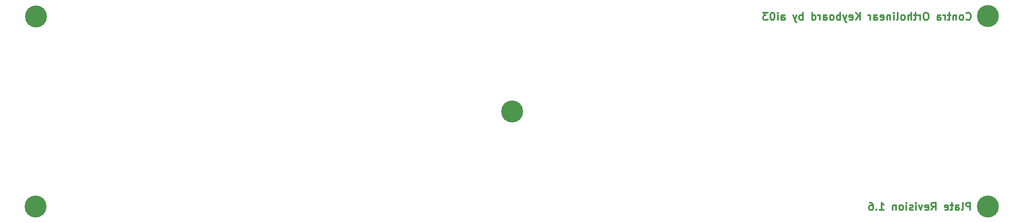
<source format=gbs>
G04 #@! TF.GenerationSoftware,KiCad,Pcbnew,(5.0.0)*
G04 #@! TF.CreationDate,2018-11-27T16:47:10-08:00*
G04 #@! TF.ProjectId,ContraTopPlate,436F6E747261546F70506C6174652E6B,rev?*
G04 #@! TF.SameCoordinates,Original*
G04 #@! TF.FileFunction,Soldermask,Bot*
G04 #@! TF.FilePolarity,Negative*
%FSLAX46Y46*%
G04 Gerber Fmt 4.6, Leading zero omitted, Abs format (unit mm)*
G04 Created by KiCad (PCBNEW (5.0.0)) date 11/27/18 16:47:10*
%MOMM*%
%LPD*%
G01*
G04 APERTURE LIST*
%ADD10C,0.300000*%
%ADD11C,4.400000*%
G04 APERTURE END LIST*
D10*
X242898142Y-125138571D02*
X242898142Y-123638571D01*
X242326714Y-123638571D01*
X242183857Y-123710000D01*
X242112428Y-123781428D01*
X242041000Y-123924285D01*
X242041000Y-124138571D01*
X242112428Y-124281428D01*
X242183857Y-124352857D01*
X242326714Y-124424285D01*
X242898142Y-124424285D01*
X241183857Y-125138571D02*
X241326714Y-125067142D01*
X241398142Y-124924285D01*
X241398142Y-123638571D01*
X239969571Y-125138571D02*
X239969571Y-124352857D01*
X240041000Y-124210000D01*
X240183857Y-124138571D01*
X240469571Y-124138571D01*
X240612428Y-124210000D01*
X239969571Y-125067142D02*
X240112428Y-125138571D01*
X240469571Y-125138571D01*
X240612428Y-125067142D01*
X240683857Y-124924285D01*
X240683857Y-124781428D01*
X240612428Y-124638571D01*
X240469571Y-124567142D01*
X240112428Y-124567142D01*
X239969571Y-124495714D01*
X239469571Y-124138571D02*
X238898142Y-124138571D01*
X239255285Y-123638571D02*
X239255285Y-124924285D01*
X239183857Y-125067142D01*
X239041000Y-125138571D01*
X238898142Y-125138571D01*
X237826714Y-125067142D02*
X237969571Y-125138571D01*
X238255285Y-125138571D01*
X238398142Y-125067142D01*
X238469571Y-124924285D01*
X238469571Y-124352857D01*
X238398142Y-124210000D01*
X238255285Y-124138571D01*
X237969571Y-124138571D01*
X237826714Y-124210000D01*
X237755285Y-124352857D01*
X237755285Y-124495714D01*
X238469571Y-124638571D01*
X235112428Y-125138571D02*
X235612428Y-124424285D01*
X235969571Y-125138571D02*
X235969571Y-123638571D01*
X235398142Y-123638571D01*
X235255285Y-123710000D01*
X235183857Y-123781428D01*
X235112428Y-123924285D01*
X235112428Y-124138571D01*
X235183857Y-124281428D01*
X235255285Y-124352857D01*
X235398142Y-124424285D01*
X235969571Y-124424285D01*
X233898142Y-125067142D02*
X234041000Y-125138571D01*
X234326714Y-125138571D01*
X234469571Y-125067142D01*
X234541000Y-124924285D01*
X234541000Y-124352857D01*
X234469571Y-124210000D01*
X234326714Y-124138571D01*
X234041000Y-124138571D01*
X233898142Y-124210000D01*
X233826714Y-124352857D01*
X233826714Y-124495714D01*
X234541000Y-124638571D01*
X233326714Y-124138571D02*
X232969571Y-125138571D01*
X232612428Y-124138571D01*
X232041000Y-125138571D02*
X232041000Y-124138571D01*
X232041000Y-123638571D02*
X232112428Y-123710000D01*
X232041000Y-123781428D01*
X231969571Y-123710000D01*
X232041000Y-123638571D01*
X232041000Y-123781428D01*
X231398142Y-125067142D02*
X231255285Y-125138571D01*
X230969571Y-125138571D01*
X230826714Y-125067142D01*
X230755285Y-124924285D01*
X230755285Y-124852857D01*
X230826714Y-124710000D01*
X230969571Y-124638571D01*
X231183857Y-124638571D01*
X231326714Y-124567142D01*
X231398142Y-124424285D01*
X231398142Y-124352857D01*
X231326714Y-124210000D01*
X231183857Y-124138571D01*
X230969571Y-124138571D01*
X230826714Y-124210000D01*
X230112428Y-125138571D02*
X230112428Y-124138571D01*
X230112428Y-123638571D02*
X230183857Y-123710000D01*
X230112428Y-123781428D01*
X230041000Y-123710000D01*
X230112428Y-123638571D01*
X230112428Y-123781428D01*
X229183857Y-125138571D02*
X229326714Y-125067142D01*
X229398142Y-124995714D01*
X229469571Y-124852857D01*
X229469571Y-124424285D01*
X229398142Y-124281428D01*
X229326714Y-124210000D01*
X229183857Y-124138571D01*
X228969571Y-124138571D01*
X228826714Y-124210000D01*
X228755285Y-124281428D01*
X228683857Y-124424285D01*
X228683857Y-124852857D01*
X228755285Y-124995714D01*
X228826714Y-125067142D01*
X228969571Y-125138571D01*
X229183857Y-125138571D01*
X228041000Y-124138571D02*
X228041000Y-125138571D01*
X228041000Y-124281428D02*
X227969571Y-124210000D01*
X227826714Y-124138571D01*
X227612428Y-124138571D01*
X227469571Y-124210000D01*
X227398142Y-124352857D01*
X227398142Y-125138571D01*
X224755285Y-125138571D02*
X225612428Y-125138571D01*
X225183857Y-125138571D02*
X225183857Y-123638571D01*
X225326714Y-123852857D01*
X225469571Y-123995714D01*
X225612428Y-124067142D01*
X224112428Y-124995714D02*
X224041000Y-125067142D01*
X224112428Y-125138571D01*
X224183857Y-125067142D01*
X224112428Y-124995714D01*
X224112428Y-125138571D01*
X222755285Y-123638571D02*
X223041000Y-123638571D01*
X223183857Y-123710000D01*
X223255285Y-123781428D01*
X223398142Y-123995714D01*
X223469571Y-124281428D01*
X223469571Y-124852857D01*
X223398142Y-124995714D01*
X223326714Y-125067142D01*
X223183857Y-125138571D01*
X222898142Y-125138571D01*
X222755285Y-125067142D01*
X222683857Y-124995714D01*
X222612428Y-124852857D01*
X222612428Y-124495714D01*
X222683857Y-124352857D01*
X222755285Y-124281428D01*
X222898142Y-124210000D01*
X223183857Y-124210000D01*
X223326714Y-124281428D01*
X223398142Y-124352857D01*
X223469571Y-124495714D01*
X242107142Y-86895714D02*
X242178571Y-86967142D01*
X242392857Y-87038571D01*
X242535714Y-87038571D01*
X242750000Y-86967142D01*
X242892857Y-86824285D01*
X242964285Y-86681428D01*
X243035714Y-86395714D01*
X243035714Y-86181428D01*
X242964285Y-85895714D01*
X242892857Y-85752857D01*
X242750000Y-85610000D01*
X242535714Y-85538571D01*
X242392857Y-85538571D01*
X242178571Y-85610000D01*
X242107142Y-85681428D01*
X241250000Y-87038571D02*
X241392857Y-86967142D01*
X241464285Y-86895714D01*
X241535714Y-86752857D01*
X241535714Y-86324285D01*
X241464285Y-86181428D01*
X241392857Y-86110000D01*
X241250000Y-86038571D01*
X241035714Y-86038571D01*
X240892857Y-86110000D01*
X240821428Y-86181428D01*
X240750000Y-86324285D01*
X240750000Y-86752857D01*
X240821428Y-86895714D01*
X240892857Y-86967142D01*
X241035714Y-87038571D01*
X241250000Y-87038571D01*
X240107142Y-86038571D02*
X240107142Y-87038571D01*
X240107142Y-86181428D02*
X240035714Y-86110000D01*
X239892857Y-86038571D01*
X239678571Y-86038571D01*
X239535714Y-86110000D01*
X239464285Y-86252857D01*
X239464285Y-87038571D01*
X238964285Y-86038571D02*
X238392857Y-86038571D01*
X238750000Y-85538571D02*
X238750000Y-86824285D01*
X238678571Y-86967142D01*
X238535714Y-87038571D01*
X238392857Y-87038571D01*
X237892857Y-87038571D02*
X237892857Y-86038571D01*
X237892857Y-86324285D02*
X237821428Y-86181428D01*
X237750000Y-86110000D01*
X237607142Y-86038571D01*
X237464285Y-86038571D01*
X236321428Y-87038571D02*
X236321428Y-86252857D01*
X236392857Y-86110000D01*
X236535714Y-86038571D01*
X236821428Y-86038571D01*
X236964285Y-86110000D01*
X236321428Y-86967142D02*
X236464285Y-87038571D01*
X236821428Y-87038571D01*
X236964285Y-86967142D01*
X237035714Y-86824285D01*
X237035714Y-86681428D01*
X236964285Y-86538571D01*
X236821428Y-86467142D01*
X236464285Y-86467142D01*
X236321428Y-86395714D01*
X234178571Y-85538571D02*
X233892857Y-85538571D01*
X233750000Y-85610000D01*
X233607142Y-85752857D01*
X233535714Y-86038571D01*
X233535714Y-86538571D01*
X233607142Y-86824285D01*
X233750000Y-86967142D01*
X233892857Y-87038571D01*
X234178571Y-87038571D01*
X234321428Y-86967142D01*
X234464285Y-86824285D01*
X234535714Y-86538571D01*
X234535714Y-86038571D01*
X234464285Y-85752857D01*
X234321428Y-85610000D01*
X234178571Y-85538571D01*
X232892857Y-87038571D02*
X232892857Y-86038571D01*
X232892857Y-86324285D02*
X232821428Y-86181428D01*
X232750000Y-86110000D01*
X232607142Y-86038571D01*
X232464285Y-86038571D01*
X232178571Y-86038571D02*
X231607142Y-86038571D01*
X231964285Y-85538571D02*
X231964285Y-86824285D01*
X231892857Y-86967142D01*
X231750000Y-87038571D01*
X231607142Y-87038571D01*
X231107142Y-87038571D02*
X231107142Y-85538571D01*
X230464285Y-87038571D02*
X230464285Y-86252857D01*
X230535714Y-86110000D01*
X230678571Y-86038571D01*
X230892857Y-86038571D01*
X231035714Y-86110000D01*
X231107142Y-86181428D01*
X229535714Y-87038571D02*
X229678571Y-86967142D01*
X229750000Y-86895714D01*
X229821428Y-86752857D01*
X229821428Y-86324285D01*
X229750000Y-86181428D01*
X229678571Y-86110000D01*
X229535714Y-86038571D01*
X229321428Y-86038571D01*
X229178571Y-86110000D01*
X229107142Y-86181428D01*
X229035714Y-86324285D01*
X229035714Y-86752857D01*
X229107142Y-86895714D01*
X229178571Y-86967142D01*
X229321428Y-87038571D01*
X229535714Y-87038571D01*
X228178571Y-87038571D02*
X228321428Y-86967142D01*
X228392857Y-86824285D01*
X228392857Y-85538571D01*
X227607142Y-87038571D02*
X227607142Y-86038571D01*
X227607142Y-85538571D02*
X227678571Y-85610000D01*
X227607142Y-85681428D01*
X227535714Y-85610000D01*
X227607142Y-85538571D01*
X227607142Y-85681428D01*
X226892857Y-86038571D02*
X226892857Y-87038571D01*
X226892857Y-86181428D02*
X226821428Y-86110000D01*
X226678571Y-86038571D01*
X226464285Y-86038571D01*
X226321428Y-86110000D01*
X226250000Y-86252857D01*
X226250000Y-87038571D01*
X224964285Y-86967142D02*
X225107142Y-87038571D01*
X225392857Y-87038571D01*
X225535714Y-86967142D01*
X225607142Y-86824285D01*
X225607142Y-86252857D01*
X225535714Y-86110000D01*
X225392857Y-86038571D01*
X225107142Y-86038571D01*
X224964285Y-86110000D01*
X224892857Y-86252857D01*
X224892857Y-86395714D01*
X225607142Y-86538571D01*
X223607142Y-87038571D02*
X223607142Y-86252857D01*
X223678571Y-86110000D01*
X223821428Y-86038571D01*
X224107142Y-86038571D01*
X224250000Y-86110000D01*
X223607142Y-86967142D02*
X223750000Y-87038571D01*
X224107142Y-87038571D01*
X224250000Y-86967142D01*
X224321428Y-86824285D01*
X224321428Y-86681428D01*
X224250000Y-86538571D01*
X224107142Y-86467142D01*
X223750000Y-86467142D01*
X223607142Y-86395714D01*
X222892857Y-87038571D02*
X222892857Y-86038571D01*
X222892857Y-86324285D02*
X222821428Y-86181428D01*
X222750000Y-86110000D01*
X222607142Y-86038571D01*
X222464285Y-86038571D01*
X220821428Y-87038571D02*
X220821428Y-85538571D01*
X219964285Y-87038571D02*
X220607142Y-86181428D01*
X219964285Y-85538571D02*
X220821428Y-86395714D01*
X218750000Y-86967142D02*
X218892857Y-87038571D01*
X219178571Y-87038571D01*
X219321428Y-86967142D01*
X219392857Y-86824285D01*
X219392857Y-86252857D01*
X219321428Y-86110000D01*
X219178571Y-86038571D01*
X218892857Y-86038571D01*
X218750000Y-86110000D01*
X218678571Y-86252857D01*
X218678571Y-86395714D01*
X219392857Y-86538571D01*
X218178571Y-86038571D02*
X217821428Y-87038571D01*
X217464285Y-86038571D02*
X217821428Y-87038571D01*
X217964285Y-87395714D01*
X218035714Y-87467142D01*
X218178571Y-87538571D01*
X216892857Y-87038571D02*
X216892857Y-85538571D01*
X216892857Y-86110000D02*
X216750000Y-86038571D01*
X216464285Y-86038571D01*
X216321428Y-86110000D01*
X216250000Y-86181428D01*
X216178571Y-86324285D01*
X216178571Y-86752857D01*
X216250000Y-86895714D01*
X216321428Y-86967142D01*
X216464285Y-87038571D01*
X216750000Y-87038571D01*
X216892857Y-86967142D01*
X215321428Y-87038571D02*
X215464285Y-86967142D01*
X215535714Y-86895714D01*
X215607142Y-86752857D01*
X215607142Y-86324285D01*
X215535714Y-86181428D01*
X215464285Y-86110000D01*
X215321428Y-86038571D01*
X215107142Y-86038571D01*
X214964285Y-86110000D01*
X214892857Y-86181428D01*
X214821428Y-86324285D01*
X214821428Y-86752857D01*
X214892857Y-86895714D01*
X214964285Y-86967142D01*
X215107142Y-87038571D01*
X215321428Y-87038571D01*
X213535714Y-87038571D02*
X213535714Y-86252857D01*
X213607142Y-86110000D01*
X213750000Y-86038571D01*
X214035714Y-86038571D01*
X214178571Y-86110000D01*
X213535714Y-86967142D02*
X213678571Y-87038571D01*
X214035714Y-87038571D01*
X214178571Y-86967142D01*
X214250000Y-86824285D01*
X214250000Y-86681428D01*
X214178571Y-86538571D01*
X214035714Y-86467142D01*
X213678571Y-86467142D01*
X213535714Y-86395714D01*
X212821428Y-87038571D02*
X212821428Y-86038571D01*
X212821428Y-86324285D02*
X212750000Y-86181428D01*
X212678571Y-86110000D01*
X212535714Y-86038571D01*
X212392857Y-86038571D01*
X211250000Y-87038571D02*
X211250000Y-85538571D01*
X211250000Y-86967142D02*
X211392857Y-87038571D01*
X211678571Y-87038571D01*
X211821428Y-86967142D01*
X211892857Y-86895714D01*
X211964285Y-86752857D01*
X211964285Y-86324285D01*
X211892857Y-86181428D01*
X211821428Y-86110000D01*
X211678571Y-86038571D01*
X211392857Y-86038571D01*
X211250000Y-86110000D01*
X209392857Y-87038571D02*
X209392857Y-85538571D01*
X209392857Y-86110000D02*
X209250000Y-86038571D01*
X208964285Y-86038571D01*
X208821428Y-86110000D01*
X208750000Y-86181428D01*
X208678571Y-86324285D01*
X208678571Y-86752857D01*
X208750000Y-86895714D01*
X208821428Y-86967142D01*
X208964285Y-87038571D01*
X209250000Y-87038571D01*
X209392857Y-86967142D01*
X208178571Y-86038571D02*
X207821428Y-87038571D01*
X207464285Y-86038571D02*
X207821428Y-87038571D01*
X207964285Y-87395714D01*
X208035714Y-87467142D01*
X208178571Y-87538571D01*
X205107142Y-87038571D02*
X205107142Y-86252857D01*
X205178571Y-86110000D01*
X205321428Y-86038571D01*
X205607142Y-86038571D01*
X205750000Y-86110000D01*
X205107142Y-86967142D02*
X205250000Y-87038571D01*
X205607142Y-87038571D01*
X205750000Y-86967142D01*
X205821428Y-86824285D01*
X205821428Y-86681428D01*
X205750000Y-86538571D01*
X205607142Y-86467142D01*
X205250000Y-86467142D01*
X205107142Y-86395714D01*
X204392857Y-87038571D02*
X204392857Y-86038571D01*
X204392857Y-85538571D02*
X204464285Y-85610000D01*
X204392857Y-85681428D01*
X204321428Y-85610000D01*
X204392857Y-85538571D01*
X204392857Y-85681428D01*
X203392857Y-85538571D02*
X203250000Y-85538571D01*
X203107142Y-85610000D01*
X203035714Y-85681428D01*
X202964285Y-85824285D01*
X202892857Y-86110000D01*
X202892857Y-86467142D01*
X202964285Y-86752857D01*
X203035714Y-86895714D01*
X203107142Y-86967142D01*
X203250000Y-87038571D01*
X203392857Y-87038571D01*
X203535714Y-86967142D01*
X203607142Y-86895714D01*
X203678571Y-86752857D01*
X203750000Y-86467142D01*
X203750000Y-86110000D01*
X203678571Y-85824285D01*
X203607142Y-85681428D01*
X203535714Y-85610000D01*
X203392857Y-85538571D01*
X202392857Y-85538571D02*
X201464285Y-85538571D01*
X201964285Y-86110000D01*
X201750000Y-86110000D01*
X201607142Y-86181428D01*
X201535714Y-86252857D01*
X201464285Y-86395714D01*
X201464285Y-86752857D01*
X201535714Y-86895714D01*
X201607142Y-86967142D01*
X201750000Y-87038571D01*
X202178571Y-87038571D01*
X202321428Y-86967142D01*
X202392857Y-86895714D01*
D11*
G04 #@! TO.C,REF\002A\002A*
X56007000Y-86360000D03*
G04 #@! TD*
G04 #@! TO.C,REF\002A\002A*
X55880000Y-124460000D03*
G04 #@! TD*
G04 #@! TO.C,REF\002A\002A*
X151257000Y-105410000D03*
G04 #@! TD*
G04 #@! TO.C,REF\002A\002A*
X246380000Y-86233000D03*
G04 #@! TD*
G04 #@! TO.C,REF\002A\002A*
X246380000Y-124460000D03*
G04 #@! TD*
M02*

</source>
